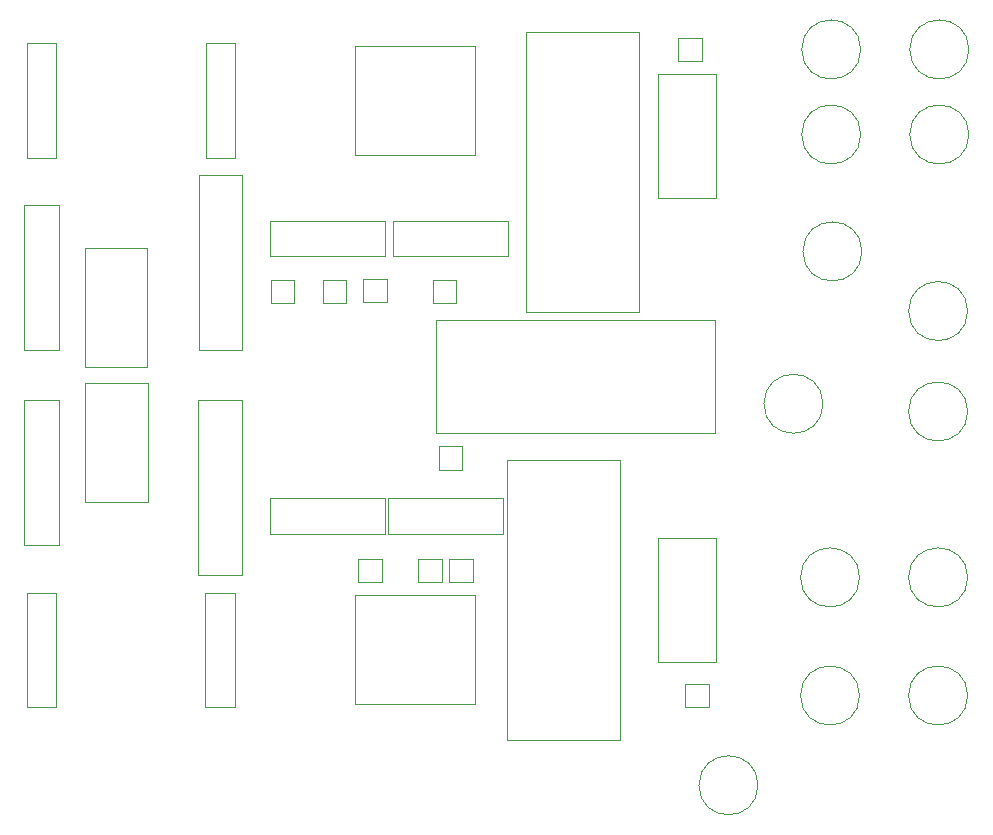
<source format=gbr>
%TF.GenerationSoftware,KiCad,Pcbnew,9.0.1*%
%TF.CreationDate,2025-06-15T17:03:02+03:00*%
%TF.ProjectId,pcb_no_div,7063625f-6e6f-45f6-9469-762e6b696361,rev?*%
%TF.SameCoordinates,Original*%
%TF.FileFunction,Other,User*%
%FSLAX46Y46*%
G04 Gerber Fmt 4.6, Leading zero omitted, Abs format (unit mm)*
G04 Created by KiCad (PCBNEW 9.0.1) date 2025-06-15 17:03:02*
%MOMM*%
%LPD*%
G01*
G04 APERTURE LIST*
%ADD10C,0.050000*%
G04 APERTURE END LIST*
D10*
%TO.C,R_A2*%
X48450000Y-72200000D02*
X48450000Y-84460000D01*
X48450000Y-84460000D02*
X51450000Y-84460000D01*
X51450000Y-72200000D02*
X48450000Y-72200000D01*
X51450000Y-84460000D02*
X51450000Y-72200000D01*
%TO.C,Zener_H1*%
X63850000Y-41930000D02*
X63850000Y-51650000D01*
X63850000Y-51650000D02*
X66350000Y-51650000D01*
X66350000Y-41930000D02*
X63850000Y-41930000D01*
X66350000Y-51650000D02*
X66350000Y-41930000D01*
%TO.C,TP8*%
X104450000Y-96200000D02*
X104450000Y-98200000D01*
X104450000Y-96200000D02*
X106450000Y-96200000D01*
X106450000Y-98200000D02*
X104450000Y-98200000D01*
X106450000Y-98200000D02*
X106450000Y-96200000D01*
%TO.C,RG1*%
X79690000Y-57000000D02*
X79690000Y-60000000D01*
X79690000Y-60000000D02*
X89410000Y-60000000D01*
X89410000Y-57000000D02*
X79690000Y-57000000D01*
X89410000Y-60000000D02*
X89410000Y-57000000D01*
%TO.C,Zener_H2*%
X63800000Y-88490000D02*
X63800000Y-98210000D01*
X63800000Y-98210000D02*
X66300000Y-98210000D01*
X66300000Y-88490000D02*
X63800000Y-88490000D01*
X66300000Y-98210000D02*
X66300000Y-88490000D01*
%TO.C,OUTPUT+3*%
X128450000Y-49700000D02*
G75*
G02*
X123450000Y-49700000I-2500000J0D01*
G01*
X123450000Y-49700000D02*
G75*
G02*
X128450000Y-49700000I2500000J0D01*
G01*
%TO.C,TP4*%
X103850000Y-41500000D02*
X103850000Y-43500000D01*
X103850000Y-41500000D02*
X105850000Y-41500000D01*
X105850000Y-43500000D02*
X103850000Y-43500000D01*
X105850000Y-43500000D02*
X105850000Y-41500000D01*
%TO.C,TP10*%
X83550000Y-76100000D02*
X83550000Y-78100000D01*
X83550000Y-76100000D02*
X85550000Y-76100000D01*
X85550000Y-78100000D02*
X83550000Y-78100000D01*
X85550000Y-78100000D02*
X85550000Y-76100000D01*
%TO.C,OUTPUT-2*%
X119200000Y-97200000D02*
G75*
G02*
X114200000Y-97200000I-2500000J0D01*
G01*
X114200000Y-97200000D02*
G75*
G02*
X119200000Y-97200000I2500000J0D01*
G01*
%TO.C,VDD_PIN1*%
X128350000Y-64650000D02*
G75*
G02*
X123350000Y-64650000I-2500000J0D01*
G01*
X123350000Y-64650000D02*
G75*
G02*
X128350000Y-64650000I2500000J0D01*
G01*
%TO.C,TP1*%
X73750000Y-62000000D02*
X73750000Y-64000000D01*
X73750000Y-62000000D02*
X75750000Y-62000000D01*
X75750000Y-64000000D02*
X73750000Y-64000000D01*
X75750000Y-64000000D02*
X75750000Y-62000000D01*
%TO.C,R_H2*%
X63200000Y-72200000D02*
X63200000Y-87000000D01*
X63200000Y-87000000D02*
X66900000Y-87000000D01*
X66900000Y-72200000D02*
X63200000Y-72200000D01*
X66900000Y-87000000D02*
X66900000Y-72200000D01*
%TO.C,OUTPUT-1*%
X119300000Y-42500000D02*
G75*
G02*
X114300000Y-42500000I-2500000J0D01*
G01*
X114300000Y-42500000D02*
G75*
G02*
X119300000Y-42500000I2500000J0D01*
G01*
%TO.C,VDD_PIN3*%
X119400000Y-59600000D02*
G75*
G02*
X114400000Y-59600000I-2500000J0D01*
G01*
X114400000Y-59600000D02*
G75*
G02*
X119400000Y-59600000I2500000J0D01*
G01*
%TO.C,GND_PIN1*%
X116100000Y-72500000D02*
G75*
G02*
X111100000Y-72500000I-2500000J0D01*
G01*
X111100000Y-72500000D02*
G75*
G02*
X116100000Y-72500000I2500000J0D01*
G01*
%TO.C,TP5*%
X84450000Y-85600000D02*
X84450000Y-87600000D01*
X84450000Y-85600000D02*
X86450000Y-85600000D01*
X86450000Y-87600000D02*
X84450000Y-87600000D01*
X86450000Y-87600000D02*
X86450000Y-85600000D01*
%TO.C,TP2*%
X77150000Y-61900000D02*
X77150000Y-63900000D01*
X77150000Y-61900000D02*
X79150000Y-61900000D01*
X79150000Y-63900000D02*
X77150000Y-63900000D01*
X79150000Y-63900000D02*
X79150000Y-61900000D01*
%TO.C,NMOS_2*%
X102140000Y-44550000D02*
X102140000Y-55050000D01*
X102140000Y-55050000D02*
X107050000Y-55050000D01*
X107050000Y-44550000D02*
X102140000Y-44550000D01*
X107050000Y-55050000D02*
X107050000Y-44550000D01*
%TO.C,OUTPUT-4*%
X128350000Y-97200000D02*
G75*
G02*
X123350000Y-97200000I-2500000J0D01*
G01*
X123350000Y-97200000D02*
G75*
G02*
X128350000Y-97200000I2500000J0D01*
G01*
%TO.C,RPU1*%
X69290000Y-57000000D02*
X69290000Y-60000000D01*
X69290000Y-60000000D02*
X79010000Y-60000000D01*
X79010000Y-57000000D02*
X69290000Y-57000000D01*
X79010000Y-60000000D02*
X79010000Y-57000000D01*
%TO.C,TP9*%
X83050000Y-62000000D02*
X83050000Y-64000000D01*
X83050000Y-62000000D02*
X85050000Y-62000000D01*
X85050000Y-64000000D02*
X83050000Y-64000000D01*
X85050000Y-64000000D02*
X85050000Y-62000000D01*
%TO.C,RB1*%
X58910000Y-59330000D02*
X53580000Y-59330000D01*
X53580000Y-69370000D01*
X58910000Y-69370000D01*
X58910000Y-59330000D01*
%TO.C,GND_PIN2*%
X110600000Y-104800000D02*
G75*
G02*
X105600000Y-104800000I-2500000J0D01*
G01*
X105600000Y-104800000D02*
G75*
G02*
X110600000Y-104800000I2500000J0D01*
G01*
%TO.C,RB2*%
X53590000Y-80810000D02*
X58920000Y-80810000D01*
X58920000Y-70770000D01*
X53590000Y-70770000D01*
X53590000Y-80810000D01*
%TO.C,IC1*%
X76500000Y-42170000D02*
X86600000Y-42170000D01*
X76500000Y-51450000D02*
X76500000Y-42170000D01*
X86600000Y-42170000D02*
X86600000Y-51450000D01*
X86600000Y-51450000D02*
X76500000Y-51450000D01*
%TO.C,OUTPUT-3*%
X128450000Y-42500000D02*
G75*
G02*
X123450000Y-42500000I-2500000J0D01*
G01*
X123450000Y-42500000D02*
G75*
G02*
X128450000Y-42500000I2500000J0D01*
G01*
%TO.C,OUTPUT+1*%
X119300000Y-49700000D02*
G75*
G02*
X114300000Y-49700000I-2500000J0D01*
G01*
X114300000Y-49700000D02*
G75*
G02*
X119300000Y-49700000I2500000J0D01*
G01*
%TO.C,D1*%
X90950000Y-41050000D02*
X90950000Y-64750000D01*
X90950000Y-64750000D02*
X100550000Y-64750000D01*
X100550000Y-41050000D02*
X90950000Y-41050000D01*
X100550000Y-64750000D02*
X100550000Y-41050000D01*
%TO.C,R_A1*%
X48450000Y-55680000D02*
X48450000Y-67940000D01*
X48450000Y-67940000D02*
X51450000Y-67940000D01*
X51450000Y-55680000D02*
X48450000Y-55680000D01*
X51450000Y-67940000D02*
X51450000Y-55680000D01*
%TO.C,Zener_A2*%
X48700000Y-88490000D02*
X48700000Y-98210000D01*
X48700000Y-98210000D02*
X51200000Y-98210000D01*
X51200000Y-88490000D02*
X48700000Y-88490000D01*
X51200000Y-98210000D02*
X51200000Y-88490000D01*
%TO.C,NMOS_3*%
X102140000Y-83850000D02*
X102140000Y-94350000D01*
X102140000Y-94350000D02*
X107050000Y-94350000D01*
X107050000Y-83850000D02*
X102140000Y-83850000D01*
X107050000Y-94350000D02*
X107050000Y-83850000D01*
%TO.C,OUTPUT+4*%
X128350000Y-87200000D02*
G75*
G02*
X123350000Y-87200000I-2500000J0D01*
G01*
X123350000Y-87200000D02*
G75*
G02*
X128350000Y-87200000I2500000J0D01*
G01*
%TO.C,RPU2*%
X69290000Y-80500000D02*
X69290000Y-83500000D01*
X69290000Y-83500000D02*
X79010000Y-83500000D01*
X79010000Y-80500000D02*
X69290000Y-80500000D01*
X79010000Y-83500000D02*
X79010000Y-80500000D01*
%TO.C,TP7*%
X76750000Y-85600000D02*
X76750000Y-87600000D01*
X76750000Y-85600000D02*
X78750000Y-85600000D01*
X78750000Y-87600000D02*
X76750000Y-87600000D01*
X78750000Y-87600000D02*
X78750000Y-85600000D01*
%TO.C,D2*%
X89350000Y-77250000D02*
X89350000Y-100950000D01*
X89350000Y-100950000D02*
X98950000Y-100950000D01*
X98950000Y-77250000D02*
X89350000Y-77250000D01*
X98950000Y-100950000D02*
X98950000Y-77250000D01*
%TO.C,VDD_PIN2*%
X128350000Y-73150000D02*
G75*
G02*
X123350000Y-73150000I-2500000J0D01*
G01*
X123350000Y-73150000D02*
G75*
G02*
X128350000Y-73150000I2500000J0D01*
G01*
%TO.C,RG2*%
X79290000Y-80500000D02*
X79290000Y-83500000D01*
X79290000Y-83500000D02*
X89010000Y-83500000D01*
X89010000Y-80500000D02*
X79290000Y-80500000D01*
X89010000Y-83500000D02*
X89010000Y-80500000D01*
%TO.C,TVS1001*%
X83300000Y-65400000D02*
X83300000Y-75000000D01*
X83300000Y-75000000D02*
X107000000Y-75000000D01*
X107000000Y-65400000D02*
X83300000Y-65400000D01*
X107000000Y-75000000D02*
X107000000Y-65400000D01*
%TO.C,TP6*%
X81850000Y-85600000D02*
X81850000Y-87600000D01*
X81850000Y-85600000D02*
X83850000Y-85600000D01*
X83850000Y-87600000D02*
X81850000Y-87600000D01*
X83850000Y-87600000D02*
X83850000Y-85600000D01*
%TO.C,Zener_A1*%
X48700000Y-41930000D02*
X48700000Y-51650000D01*
X48700000Y-51650000D02*
X51200000Y-51650000D01*
X51200000Y-41930000D02*
X48700000Y-41930000D01*
X51200000Y-51650000D02*
X51200000Y-41930000D01*
%TO.C,TP3*%
X69350000Y-62000000D02*
X69350000Y-64000000D01*
X69350000Y-62000000D02*
X71350000Y-62000000D01*
X71350000Y-64000000D02*
X69350000Y-64000000D01*
X71350000Y-64000000D02*
X71350000Y-62000000D01*
%TO.C,OUTPUT+2*%
X119200000Y-87200000D02*
G75*
G02*
X114200000Y-87200000I-2500000J0D01*
G01*
X114200000Y-87200000D02*
G75*
G02*
X119200000Y-87200000I2500000J0D01*
G01*
%TO.C,R_H1*%
X63250000Y-53140000D02*
X63250000Y-67940000D01*
X63250000Y-67940000D02*
X66950000Y-67940000D01*
X66950000Y-53140000D02*
X63250000Y-53140000D01*
X66950000Y-67940000D02*
X66950000Y-53140000D01*
%TO.C,IC2*%
X76500000Y-88650000D02*
X86600000Y-88650000D01*
X76500000Y-97930000D02*
X76500000Y-88650000D01*
X86600000Y-88650000D02*
X86600000Y-97930000D01*
X86600000Y-97930000D02*
X76500000Y-97930000D01*
%TD*%
M02*

</source>
